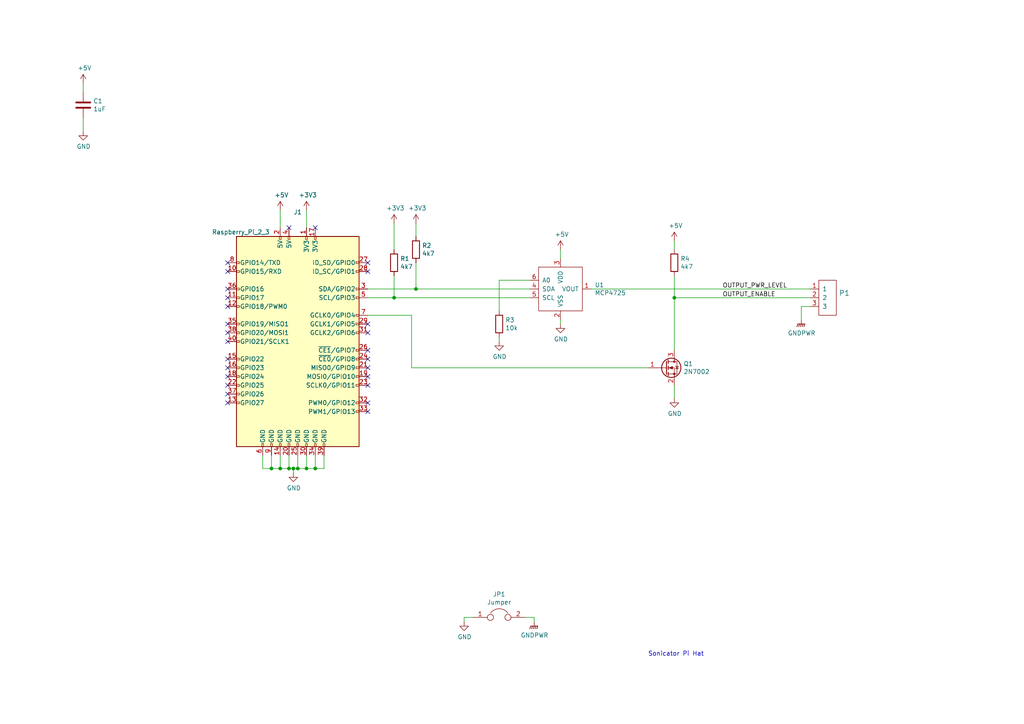
<source format=kicad_sch>
(kicad_sch (version 20211123) (generator eeschema)
  (paper "A4")
  (lib_symbols
    (symbol "Connector:Raspberry_Pi_2_3" (pin_names (offset 1.016))
      (property "Reference" "J" (at -17.78 31.75 0))
      (property "Value" "Raspberry_Pi_2_3" (at 10.16 -31.75 0))
      (symbol "Raspberry_Pi_2_3_0_1"
        (rectangle (start -17.78 30.48) (end 17.78 -30.48) (stroke (width 0.254)) (fill (type background)))
      )
      (symbol "Raspberry_Pi_2_3_1_1"
        (rectangle (start -16.891 -17.526) (end -17.78 -18.034))
        (rectangle (start -16.891 -14.986) (end -17.78 -15.494))
        (rectangle (start -16.891 -12.446) (end -17.78 -12.954))
        (rectangle (start -16.891 -9.906) (end -17.78 -10.414))
        (rectangle (start -16.891 -7.366) (end -17.78 -7.874))
        (rectangle (start -16.891 -4.826) (end -17.78 -5.334))
        (rectangle (start -16.891 0.254) (end -17.78 -0.254))
        (rectangle (start -16.891 2.794) (end -17.78 2.286))
        (rectangle (start -16.891 5.334) (end -17.78 4.826))
        (rectangle (start -16.891 10.414) (end -17.78 9.906))
        (rectangle (start -16.891 12.954) (end -17.78 12.446))
        (rectangle (start -16.891 15.494) (end -17.78 14.986))
        (rectangle (start -16.891 20.574) (end -17.78 20.066))
        (rectangle (start -16.891 23.114) (end -17.78 22.606))
        (rectangle (start -10.414 -29.591) (end -9.906 -30.48))
        (rectangle (start -7.874 -29.591) (end -7.366 -30.48))
        (rectangle (start -5.334 -29.591) (end -4.826 -30.48))
        (rectangle (start -5.334 30.48) (end -4.826 29.591))
        (rectangle (start -2.794 -29.591) (end -2.286 -30.48))
        (rectangle (start -2.794 30.48) (end -2.286 29.591))
        (rectangle (start -0.254 -29.591) (end 0.254 -30.48))
        (rectangle (start 2.286 -29.591) (end 2.794 -30.48))
        (rectangle (start 2.286 30.48) (end 2.794 29.591))
        (rectangle (start 4.826 -29.591) (end 5.334 -30.48))
        (rectangle (start 4.826 30.48) (end 5.334 29.591))
        (rectangle (start 7.366 -29.591) (end 7.874 -30.48))
        (rectangle (start 17.78 -20.066) (end 16.891 -20.574))
        (rectangle (start 17.78 -17.526) (end 16.891 -18.034))
        (rectangle (start 17.78 -12.446) (end 16.891 -12.954))
        (rectangle (start 17.78 -9.906) (end 16.891 -10.414))
        (rectangle (start 17.78 -7.366) (end 16.891 -7.874))
        (rectangle (start 17.78 -4.826) (end 16.891 -5.334))
        (rectangle (start 17.78 -2.286) (end 16.891 -2.794))
        (rectangle (start 17.78 2.794) (end 16.891 2.286))
        (rectangle (start 17.78 5.334) (end 16.891 4.826))
        (rectangle (start 17.78 7.874) (end 16.891 7.366))
        (rectangle (start 17.78 12.954) (end 16.891 12.446))
        (rectangle (start 17.78 15.494) (end 16.891 14.986))
        (rectangle (start 17.78 20.574) (end 16.891 20.066))
        (rectangle (start 17.78 23.114) (end 16.891 22.606))
        (pin power_in line (at 2.54 33.02 270) (length 2.54) (name "3V3") (number "1"))
        (pin bidirectional line (at -20.32 20.32 0) (length 2.54) (name "GPIO15/RXD") (number "10"))
        (pin bidirectional line (at -20.32 12.7 0) (length 2.54) (name "GPIO17") (number "11"))
        (pin bidirectional line (at -20.32 10.16 0) (length 2.54) (name "GPIO18/PWM0") (number "12"))
        (pin bidirectional line (at -20.32 -17.78 0) (length 2.54) (name "GPIO27") (number "13"))
        (pin power_in line (at -5.08 -33.02 90) (length 2.54) (name "GND") (number "14"))
        (pin bidirectional line (at -20.32 -5.08 0) (length 2.54) (name "GPIO22") (number "15"))
        (pin bidirectional line (at -20.32 -7.62 0) (length 2.54) (name "GPIO23") (number "16"))
        (pin power_in line (at 5.08 33.02 270) (length 2.54) (name "3V3") (number "17"))
        (pin bidirectional line (at -20.32 -10.16 0) (length 2.54) (name "GPIO24") (number "18"))
        (pin bidirectional line (at 20.32 -10.16 180) (length 2.54) (name "MOSI0/GPIO10") (number "19"))
        (pin power_in line (at -5.08 33.02 270) (length 2.54) (name "5V") (number "2"))
        (pin power_in line (at -2.54 -33.02 90) (length 2.54) (name "GND") (number "20"))
        (pin bidirectional line (at 20.32 -7.62 180) (length 2.54) (name "MISO0/GPIO9") (number "21"))
        (pin bidirectional line (at -20.32 -12.7 0) (length 2.54) (name "GPIO25") (number "22"))
        (pin bidirectional line (at 20.32 -12.7 180) (length 2.54) (name "SCLK0/GPIO11") (number "23"))
        (pin bidirectional line (at 20.32 -5.08 180) (length 2.54) (name "~{CE0}/GPIO8") (number "24"))
        (pin power_in line (at 0 -33.02 90) (length 2.54) (name "GND") (number "25"))
        (pin bidirectional line (at 20.32 -2.54 180) (length 2.54) (name "~{CE1}/GPIO7") (number "26"))
        (pin bidirectional line (at 20.32 22.86 180) (length 2.54) (name "ID_SD/GPIO0") (number "27"))
        (pin bidirectional line (at 20.32 20.32 180) (length 2.54) (name "ID_SC/GPIO1") (number "28"))
        (pin bidirectional line (at 20.32 5.08 180) (length 2.54) (name "GCLK1/GPIO5") (number "29"))
        (pin bidirectional line (at 20.32 15.24 180) (length 2.54) (name "SDA/GPIO2") (number "3"))
        (pin power_in line (at 2.54 -33.02 90) (length 2.54) (name "GND") (number "30"))
        (pin bidirectional line (at 20.32 2.54 180) (length 2.54) (name "GCLK2/GPIO6") (number "31"))
        (pin bidirectional line (at 20.32 -17.78 180) (length 2.54) (name "PWM0/GPIO12") (number "32"))
        (pin bidirectional line (at 20.32 -20.32 180) (length 2.54) (name "PWM1/GPIO13") (number "33"))
        (pin power_in line (at 5.08 -33.02 90) (length 2.54) (name "GND") (number "34"))
        (pin bidirectional line (at -20.32 5.08 0) (length 2.54) (name "GPIO19/MISO1") (number "35"))
        (pin bidirectional line (at -20.32 15.24 0) (length 2.54) (name "GPIO16") (number "36"))
        (pin bidirectional line (at -20.32 -15.24 0) (length 2.54) (name "GPIO26") (number "37"))
        (pin bidirectional line (at -20.32 2.54 0) (length 2.54) (name "GPIO20/MOSI1") (number "38"))
        (pin power_in line (at 7.62 -33.02 90) (length 2.54) (name "GND") (number "39"))
        (pin power_in line (at -2.54 33.02 270) (length 2.54) (name "5V") (number "4"))
        (pin bidirectional line (at -20.32 0 0) (length 2.54) (name "GPIO21/SCLK1") (number "40"))
        (pin bidirectional line (at 20.32 12.7 180) (length 2.54) (name "SCL/GPIO3") (number "5"))
        (pin power_in line (at -10.16 -33.02 90) (length 2.54) (name "GND") (number "6"))
        (pin bidirectional line (at 20.32 7.62 180) (length 2.54) (name "GCLK0/GPIO4") (number "7"))
        (pin bidirectional line (at -20.32 22.86 0) (length 2.54) (name "GPIO14/TXD") (number "8"))
        (pin power_in line (at -7.62 -33.02 90) (length 2.54) (name "GND") (number "9"))
      )
    )
    (symbol "Device:C" (pin_numbers hide) (pin_names (offset 0.254))
      (property "Reference" "C" (at 0.635 2.54 0))
      (property "Value" "C" (at 0.635 -2.54 0))
      (symbol "C_0_1"
        (polyline (pts (xy -2.032 -0.762) (xy 2.032 -0.762)) (stroke (width 0.508)))
        (polyline (pts (xy -2.032 0.762) (xy 2.032 0.762)) (stroke (width 0.508)))
      )
      (symbol "C_1_1"
        (pin passive line (at 0 3.81 270) (length 2.794) (name "~") (number "1"))
        (pin passive line (at 0 -3.81 90) (length 2.794) (name "~") (number "2"))
      )
    )
    (symbol "Device:Jumper" (pin_names (offset 0.762) hide)
      (property "Reference" "JP" (at 0 3.81 0))
      (property "Value" "Jumper" (at 0 -2.032 0))
      (symbol "Jumper_0_1"
        (circle (center -2.54 0) (radius 0.889))
        (arc (start 2.5146 1.27) (mid 0.0127 2.5097) (end -2.4892 1.27))
        (circle (center 2.54 0) (radius 0.889))
        (pin passive line (at -7.62 0 0) (length 4.191) (name "1") (number "1"))
        (pin passive line (at 7.62 0 180) (length 4.191) (name "2") (number "2"))
      )
    )
    (symbol "Device:R" (pin_numbers hide) (pin_names (offset 0))
      (property "Reference" "R" (at 2.032 0 90))
      (property "Value" "R" (at 0 0 90))
      (symbol "R_0_1"
        (rectangle (start -1.016 -2.54) (end 1.016 2.54) (stroke (width 0.254)))
      )
      (symbol "R_1_1"
        (pin passive line (at 0 3.81 270) (length 1.27) (name "~") (number "1"))
        (pin passive line (at 0 -3.81 90) (length 1.27) (name "~") (number "2"))
      )
    )
    (symbol "Machine_Agency_Component_Library:3pos_terminal_block" (pin_names (offset 1.016))
      (property "Reference" "P" (at 5.08 -1.27 0))
      (property "Value" "Machine_Agency_Component_Library_3pos_terminal_block" (at 2.54 16.51 0))
      (symbol "3pos_terminal_block_0_1"
        (rectangle (start 0 0) (end 5.08 10.16))
      )
      (symbol "3pos_terminal_block_1_1"
        (pin unspecified line (at 7.62 7.62 180) (length 2.54) (name "1") (number "1"))
        (pin unspecified line (at 7.62 5.08 180) (length 2.54) (name "2") (number "2"))
        (pin unspecified line (at 7.62 2.54 180) (length 2.54) (name "3") (number "3"))
      )
    )
    (symbol "Machine_Agency_Component_Library:MCP4725" (pin_names (offset 1.016))
      (property "Reference" "U" (at 1.27 7.62 0))
      (property "Value" "Machine_Agency_Component_Library_MCP4725" (at 5.08 -7.62 0))
      (symbol "MCP4725_0_1"
        (rectangle (start -6.35 -6.35) (end 6.35 6.35))
      )
      (symbol "MCP4725_1_1"
        (pin power_in line (at 8.89 0 180) (length 2.54) (name "VOUT") (number "1"))
        (pin power_in line (at 0 -8.89 90) (length 2.54) (name "VSS") (number "2"))
        (pin power_in line (at 0 8.89 270) (length 2.54) (name "VDD") (number "3"))
        (pin input line (at -8.89 0 0) (length 2.54) (name "SDA") (number "4"))
        (pin input line (at -8.89 -2.54 0) (length 2.54) (name "SCL") (number "5"))
        (pin input line (at -8.89 2.54 0) (length 2.54) (name "A0") (number "6"))
      )
    )
    (symbol "Transistor_FET:2N7002" (pin_names hide)
      (property "Reference" "Q" (at 5.08 1.905 0))
      (property "Value" "2N7002" (at 5.08 0 0))
      (symbol "2N7002_0_1"
        (polyline (pts (xy 0.254 0) (xy -2.54 0)))
        (polyline (pts (xy 0.254 1.905) (xy 0.254 -1.905)) (stroke (width 0.254)))
        (polyline (pts (xy 0.762 -1.27) (xy 0.762 -2.286)) (stroke (width 0.254)))
        (polyline (pts (xy 0.762 0.508) (xy 0.762 -0.508)) (stroke (width 0.254)))
        (polyline (pts (xy 0.762 2.286) (xy 0.762 1.27)) (stroke (width 0.254)))
        (polyline (pts (xy 2.54 2.54) (xy 2.54 1.778)))
        (polyline (pts (xy 2.54 -2.54) (xy 2.54 0) (xy 0.762 0)))
        (polyline (pts (xy 0.762 -1.778) (xy 3.302 -1.778) (xy 3.302 1.778) (xy 0.762 1.778)))
        (polyline (pts (xy 1.016 0) (xy 2.032 0.381) (xy 2.032 -0.381) (xy 1.016 0)) (fill (type outline)))
        (polyline (pts (xy 2.794 0.508) (xy 2.921 0.381) (xy 3.683 0.381) (xy 3.81 0.254)))
        (polyline (pts (xy 3.302 0.381) (xy 2.921 -0.254) (xy 3.683 -0.254) (xy 3.302 0.381)))
        (circle (center 1.651 0) (radius 2.794) (stroke (width 0.254)))
        (circle (center 2.54 -1.778) (radius 0.254) (fill (type outline)))
        (circle (center 2.54 1.778) (radius 0.254) (fill (type outline)))
      )
      (symbol "2N7002_1_1"
        (pin input line (at -5.08 0 0) (length 2.54) (name "G") (number "1"))
        (pin passive line (at 2.54 -5.08 90) (length 2.54) (name "S") (number "2"))
        (pin passive line (at 2.54 5.08 270) (length 2.54) (name "D") (number "3"))
      )
    )
    (symbol "power:+3V3" (power) (pin_names (offset 0))
      (property "Value" "+3V3" (at 0 3.556 0))
      (symbol "+3V3_0_1"
        (polyline (pts (xy -0.762 1.27) (xy 0 2.54)))
        (polyline (pts (xy 0 0) (xy 0 2.54)))
        (polyline (pts (xy 0 2.54) (xy 0.762 1.27)))
      )
      (symbol "+3V3_1_1"
        (pin power_in line (at 0 0 90) (length 0) hide (name "+3V3") (number "1"))
      )
    )
    (symbol "power:+5V" (power) (pin_names (offset 0))
      (property "Value" "+5V" (at 0 3.556 0))
      (symbol "+5V_0_1"
        (polyline (pts (xy -0.762 1.27) (xy 0 2.54)))
        (polyline (pts (xy 0 0) (xy 0 2.54)))
        (polyline (pts (xy 0 2.54) (xy 0.762 1.27)))
      )
      (symbol "+5V_1_1"
        (pin power_in line (at 0 0 90) (length 0) hide (name "+5V") (number "1"))
      )
    )
    (symbol "power:GND" (power) (pin_names (offset 0))
      (property "Value" "GND" (at 0 -3.81 0))
      (symbol "GND_0_1"
        (polyline (pts (xy 0 0) (xy 0 -1.27) (xy 1.27 -1.27) (xy 0 -2.54) (xy -1.27 -1.27) (xy 0 -1.27)))
      )
      (symbol "GND_1_1"
        (pin power_in line (at 0 0 270) (length 0) hide (name "GND") (number "1"))
      )
    )
    (symbol "power:GNDPWR" (power) (pin_names (offset 0))
      (property "Value" "GNDPWR" (at 0 -3.302 0))
      (symbol "GNDPWR_0_1"
        (polyline (pts (xy 0 -1.27) (xy 0 0)))
        (polyline (pts (xy -1.016 -1.27) (xy -1.27 -2.032) (xy -1.27 -2.032)) (stroke (width 0.2032)))
        (polyline (pts (xy -0.508 -1.27) (xy -0.762 -2.032) (xy -0.762 -2.032)) (stroke (width 0.2032)))
        (polyline (pts (xy 0 -1.27) (xy -0.254 -2.032) (xy -0.254 -2.032)) (stroke (width 0.2032)))
        (polyline (pts (xy 0.508 -1.27) (xy 0.254 -2.032) (xy 0.254 -2.032)) (stroke (width 0.2032)))
        (polyline (pts (xy 1.016 -1.27) (xy -1.016 -1.27) (xy -1.016 -1.27)) (stroke (width 0.2032)))
        (polyline (pts (xy 1.016 -1.27) (xy 0.762 -2.032) (xy 0.762 -2.032) (xy 0.762 -2.032)) (stroke (width 0.2032)))
      )
      (symbol "GNDPWR_1_1"
        (pin power_in line (at 0 0 270) (length 0) hide (name "GNDPWR") (number "1"))
      )
    )
  )
  (junction (at 195.58 86.36))
  (junction (at 81.28 135.89))
  (junction (at 114.3 86.36))
  (junction (at 91.44 135.89))
  (junction (at 83.82 135.89))
  (junction (at 86.36 135.89))
  (junction (at 78.74 135.89))
  (junction (at 85.09 135.89))
  (junction (at 120.65 83.82))
  (junction (at 88.9 135.89))
  (no_connect (at 66.04 116.84))
  (no_connect (at 66.04 114.3))
  (no_connect (at 66.04 111.76))
  (no_connect (at 66.04 109.22))
  (no_connect (at 66.04 106.68))
  (no_connect (at 66.04 104.14))
  (no_connect (at 66.04 99.06))
  (no_connect (at 106.68 104.14))
  (no_connect (at 106.68 106.68))
  (no_connect (at 106.68 109.22))
  (no_connect (at 106.68 111.76))
  (no_connect (at 106.68 116.84))
  (no_connect (at 106.68 119.38))
  (no_connect (at 106.68 93.98))
  (no_connect (at 106.68 96.52))
  (no_connect (at 106.68 101.6))
  (no_connect (at 106.68 76.2))
  (no_connect (at 106.68 78.74))
  (no_connect (at 66.04 78.74))
  (no_connect (at 66.04 76.2))
  (no_connect (at 91.44 66.04))
  (no_connect (at 83.82 66.04))
  (no_connect (at 66.04 96.52))
  (no_connect (at 66.04 93.98))
  (no_connect (at 66.04 88.9))
  (no_connect (at 66.04 86.36))
  (no_connect (at 66.04 83.82))
  (wire (pts (xy 88.9 132.08) (xy 88.9 135.89)))
  (wire (pts (xy 93.98 132.08) (xy 93.98 135.89)))
  (wire (pts (xy 154.94 179.07) (xy 152.4 179.07)))
  (wire (pts (xy 195.58 80.01) (xy 195.58 86.36)))
  (wire (pts (xy 234.95 88.9) (xy 232.41 88.9)))
  (wire (pts (xy 234.95 86.36) (xy 195.58 86.36)))
  (wire (pts (xy 83.82 135.89) (xy 81.28 135.89)))
  (wire (pts (xy 93.98 135.89) (xy 91.44 135.89)))
  (wire (pts (xy 114.3 64.77) (xy 114.3 72.39)))
  (wire (pts (xy 88.9 135.89) (xy 86.36 135.89)))
  (wire (pts (xy 162.56 72.39) (xy 162.56 74.93)))
  (wire (pts (xy 195.58 86.36) (xy 195.58 101.6)))
  (wire (pts (xy 81.28 132.08) (xy 81.28 135.89)))
  (wire (pts (xy 83.82 132.08) (xy 83.82 135.89)))
  (wire (pts (xy 195.58 111.76) (xy 195.58 115.57)))
  (wire (pts (xy 154.94 180.34) (xy 154.94 179.07)))
  (wire (pts (xy 134.62 180.34) (xy 134.62 179.07)))
  (wire (pts (xy 114.3 86.36) (xy 153.67 86.36)))
  (wire (pts (xy 106.68 91.44) (xy 119.38 91.44)))
  (wire (pts (xy 120.65 83.82) (xy 153.67 83.82)))
  (wire (pts (xy 78.74 132.08) (xy 78.74 135.89)))
  (wire (pts (xy 85.09 135.89) (xy 85.09 137.16)))
  (wire (pts (xy 171.45 83.82) (xy 234.95 83.82)))
  (wire (pts (xy 119.38 91.44) (xy 119.38 106.68)))
  (wire (pts (xy 134.62 179.07) (xy 137.16 179.07)))
  (wire (pts (xy 81.28 60.96) (xy 81.28 66.04)))
  (wire (pts (xy 119.38 106.68) (xy 187.96 106.68)))
  (wire (pts (xy 144.78 99.06) (xy 144.78 97.79)))
  (wire (pts (xy 232.41 88.9) (xy 232.41 92.71)))
  (wire (pts (xy 24.13 34.29) (xy 24.13 38.1)))
  (wire (pts (xy 114.3 80.01) (xy 114.3 86.36)))
  (wire (pts (xy 86.36 135.89) (xy 85.09 135.89)))
  (wire (pts (xy 91.44 132.08) (xy 91.44 135.89)))
  (wire (pts (xy 120.65 64.77) (xy 120.65 68.58)))
  (wire (pts (xy 85.09 135.89) (xy 83.82 135.89)))
  (wire (pts (xy 120.65 76.2) (xy 120.65 83.82)))
  (wire (pts (xy 162.56 93.98) (xy 162.56 92.71)))
  (wire (pts (xy 153.67 81.28) (xy 144.78 81.28)))
  (wire (pts (xy 81.28 135.89) (xy 78.74 135.89)))
  (wire (pts (xy 86.36 132.08) (xy 86.36 135.89)))
  (wire (pts (xy 91.44 135.89) (xy 88.9 135.89)))
  (wire (pts (xy 24.13 24.13) (xy 24.13 26.67)))
  (wire (pts (xy 144.78 81.28) (xy 144.78 90.17)))
  (wire (pts (xy 88.9 66.04) (xy 88.9 60.96)))
  (wire (pts (xy 195.58 69.85) (xy 195.58 72.39)))
  (wire (pts (xy 106.68 86.36) (xy 114.3 86.36)))
  (wire (pts (xy 106.68 83.82) (xy 120.65 83.82)))
  (wire (pts (xy 76.2 135.89) (xy 76.2 132.08)))
  (wire (pts (xy 78.74 135.89) (xy 76.2 135.89)))
  (text "Sonicator Pi Hat" (at 187.96 190.5 0) (effects (font (size 1.27 1.27)) (justify left bottom)))
  (label "OUTPUT_ENABLE" (at 209.55 86.36 0))
  (label "OUTPUT_PWR_LEVEL" (at 209.55 83.82 0))
  (symbol (lib_id "Connector:Raspberry_Pi_2_3") (at 86.36 99.06 0) (unit 1)
    (property "Reference" "J1" (at 86.36 61.5188 0))
    (property "Value" "Raspberry_Pi_2_3" (at 69.85 67.31 0))
    (property "Footprint" "Connector_PinHeader_2.54mm:PinHeader_2x20_P2.54mm_Vertical" (effects hide))
    (property "Datasheet" "https://www.raspberrypi.org/documentation/hardware/raspberrypi/schematics/rpi_SCH_3bplus_1p0_reduced.pdf" (effects hide))
  )
  (symbol (lib_id "power:GND") (at 85.09 137.16 0) (unit 1)
    (property "Reference" "#PWR02" (effects hide))
    (property "Value" "GND" (at 85.217 141.5542 0))
  )
  (symbol (lib_id "power:+3V3") (at 88.9 60.96 0) (unit 1)
    (property "Reference" "#PWR03" (effects hide))
    (property "Value" "+3V3" (at 89.281 56.5658 0))
  )
  (symbol (lib_id "Machine_Agency_Component_Library:3pos_terminal_block") (at 242.57 91.44 0) (mirror y) (unit 1)
    (property "Reference" "P1" (at 243.2812 85.0138 0) (effects (font (size 1.524 1.524)) (justify right)))
    (property "Value" "3pos_terminal_block" (effects hide))
    (property "Footprint" "TerminalBlock_Phoenix:TerminalBlock_Phoenix_MPT-0,5-3-2.54_1x03_P2.54mm_Horizontal" (effects hide))
    (property "Datasheet" "https://www.on-shore.com/wp-content/uploads/OSTVNXXA150.pdf" (effects hide))
  )
  (symbol (lib_id "Device:R") (at 114.3 76.2 0) (unit 1)
    (property "Reference" "R1" (at 116.078 75.0316 0) (effects (justify left)))
    (property "Value" "4k7" (at 116.078 77.343 0) (effects (justify left)))
    (property "Footprint" "Resistor_SMD:R_0603_1608Metric_Pad1.05x0.95mm_HandSolder" (effects hide))
  )
  (symbol (lib_id "Device:R") (at 120.65 72.39 0) (unit 1)
    (property "Reference" "R2" (at 122.428 71.2216 0) (effects (justify left)))
    (property "Value" "4k7" (at 122.428 73.533 0) (effects (justify left)))
    (property "Footprint" "Resistor_SMD:R_0603_1608Metric_Pad1.05x0.95mm_HandSolder" (effects hide))
  )
  (symbol (lib_id "power:+3V3") (at 114.3 64.77 0) (unit 1)
    (property "Reference" "#PWR04" (effects hide))
    (property "Value" "+3V3" (at 114.681 60.3758 0))
  )
  (symbol (lib_id "power:+3V3") (at 120.65 64.77 0) (unit 1)
    (property "Reference" "#PWR05" (effects hide))
    (property "Value" "+3V3" (at 121.031 60.3758 0))
  )
  (symbol (lib_id "Machine_Agency_Component_Library:MCP4725") (at 162.56 83.82 0) (unit 1)
    (property "Reference" "U1" (at 172.4914 82.6516 0) (effects (justify left)))
    (property "Value" "MCP4725" (at 172.4914 84.963 0) (effects (justify left)))
    (property "Footprint" "Package_SO:TSOP-6_1.65x3.05mm_P0.95mm" (effects hide))
    (property "Datasheet" "http://ww1.microchip.com/downloads/en/DeviceDoc/22039d.pdf" (effects hide))
  )
  (symbol (lib_id "power:GND") (at 162.56 93.98 0) (unit 1)
    (property "Reference" "#PWR08" (effects hide))
    (property "Value" "GND" (at 162.687 98.3742 0))
  )
  (symbol (lib_id "Device:R") (at 144.78 93.98 0) (unit 1)
    (property "Reference" "R3" (at 146.558 92.8116 0) (effects (justify left)))
    (property "Value" "10k" (at 146.558 95.123 0) (effects (justify left)))
    (property "Footprint" "Resistor_SMD:R_0603_1608Metric_Pad1.05x0.95mm_HandSolder" (effects hide))
  )
  (symbol (lib_id "power:GND") (at 144.78 99.06 0) (unit 1)
    (property "Reference" "#PWR06" (effects hide))
    (property "Value" "GND" (at 144.907 103.4542 0))
  )
  (symbol (lib_id "power:+5V") (at 81.28 60.96 0) (unit 1)
    (property "Reference" "#PWR01" (effects hide))
    (property "Value" "+5V" (at 81.661 56.5658 0))
  )
  (symbol (lib_id "power:+5V") (at 162.56 72.39 0) (unit 1)
    (property "Reference" "#PWR07" (effects hide))
    (property "Value" "+5V" (at 162.941 67.9958 0))
  )
  (symbol (lib_id "Transistor_FET:2N7002") (at 193.04 106.68 0) (unit 1)
    (property "Reference" "Q1" (at 198.247 105.5116 0) (effects (justify left)))
    (property "Value" "2N7002" (at 198.247 107.823 0) (effects (justify left)))
    (property "Footprint" "Package_TO_SOT_SMD:SOT-23" (effects hide))
    (property "Datasheet" "https://www.fairchildsemi.com/datasheets/2N/2N7002.pdf" (effects hide))
  )
  (symbol (lib_id "power:GND") (at 195.58 115.57 0) (unit 1)
    (property "Reference" "#PWR09" (effects hide))
    (property "Value" "GND" (at 195.707 119.9642 0))
  )
  (symbol (lib_id "power:GNDPWR") (at 232.41 92.71 0) (unit 1)
    (property "Reference" "#PWR010" (effects hide))
    (property "Value" "GNDPWR" (at 232.5116 96.6216 0))
  )
  (symbol (lib_id "power:GNDPWR") (at 154.94 180.34 0) (unit 1)
    (property "Reference" "#PWR012" (effects hide))
    (property "Value" "GNDPWR" (at 155.0416 184.2516 0))
  )
  (symbol (lib_id "power:GND") (at 134.62 180.34 0) (unit 1)
    (property "Reference" "#PWR011" (effects hide))
    (property "Value" "GND" (at 134.747 184.7342 0))
  )
  (symbol (lib_id "Device:Jumper") (at 144.78 179.07 0) (unit 1)
    (property "Reference" "JP1" (at 144.78 172.3644 0))
    (property "Value" "Jumper" (at 144.78 174.6758 0))
    (property "Footprint" "Jumper:SolderJumper-2_P1.3mm_Bridged_Pad1.0x1.5mm" (effects hide))
  )
  (symbol (lib_id "Device:C") (at 24.13 30.48 0) (unit 1)
    (property "Reference" "C1" (at 27.051 29.3116 0) (effects (justify left)))
    (property "Value" "1uF" (at 27.051 31.623 0) (effects (justify left)))
    (property "Footprint" "Capacitor_SMD:C_0603_1608Metric" (effects hide))
  )
  (symbol (lib_id "power:GND") (at 24.13 38.1 0) (unit 1)
    (property "Reference" "#PWR0102" (effects hide))
    (property "Value" "GND" (at 24.257 42.4942 0))
  )
  (symbol (lib_id "power:+5V") (at 24.13 24.13 0) (unit 1)
    (property "Reference" "#PWR0103" (effects hide))
    (property "Value" "+5V" (at 24.511 19.7358 0))
  )
  (symbol (lib_id "power:+5V") (at 195.58 69.85 0) (unit 1)
    (property "Reference" "#PWR0101" (effects hide))
    (property "Value" "+5V" (at 195.961 65.4558 0))
  )
  (symbol (lib_id "Device:R") (at 195.58 76.2 0) (unit 1)
    (property "Reference" "R4" (at 197.358 75.0316 0) (effects (justify left)))
    (property "Value" "4k7" (at 197.358 77.343 0) (effects (justify left)))
    (property "Footprint" "Resistor_SMD:R_0603_1608Metric_Pad1.05x0.95mm_HandSolder" (effects hide))
  )
)
</source>
